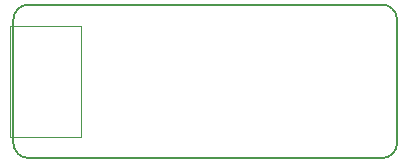
<source format=gko>
G04 Layer: BoardOutlineLayer*
G04 EasyEDA Pro v2.2.20.32, 2024-06-04 01:45:36*
G04 Gerber Generator version 0.3*
G04 Scale: 100 percent, Rotated: No, Reflected: No*
G04 Dimensions in millimeters*
G04 Leading zeros omitted, absolute positions, 3 integers and 5 decimals*
%FSLAX35Y35*%
%MOMM*%
%ADD10C,0.172*%
%ADD11C,0.0254*%
G75*


G04 PolygonModel Start*
G54D10*
G01X-1614040Y-520000D02*
G01X-1614040Y520000D01*
G01X1505960Y650000D02*
G01X-1484040Y650000D01*
G01X-1484040Y650000D02*
G03X-1614040Y520000I0J-130000D01*
G01X-1614040Y-520000D02*
G03X-1484040Y-650000I130000J0D01*
G01X-1484040Y-650000D02*
G01X1505960Y-650000D01*
G01X1505960Y-650000D02*
G03X1635960Y-520000I0J130000D01*
G01X1635960Y520000D02*
G03X1505960Y650000I-130000J0D01*
G01X1635960Y-520000D02*
G01X1635960Y520000D01*

G04 Rect Start*
G54D11*
G01X-1643290Y467500D02*
G01X-1042160Y467500D01*
G01X-1042160Y-467500D01*
G01X-1643290Y-467500D01*
G01X-1643290Y467500D01*
G04 Rect End*

M02*


</source>
